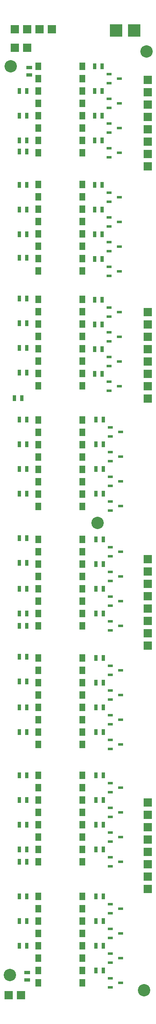
<source format=gts>
G04 (created by PCBNEW (2013-07-07 BZR 4022)-stable) date 10/2/2014 12:43:44 AM*
%MOIN*%
G04 Gerber Fmt 3.4, Leading zero omitted, Abs format*
%FSLAX34Y34*%
G01*
G70*
G90*
G04 APERTURE LIST*
%ADD10C,0.00590551*%
%ADD11R,0.0511811X0.0590551*%
%ADD12R,0.025X0.045*%
%ADD13R,0.045X0.025*%
%ADD14R,0.0708661X0.0708661*%
%ADD15R,0.1X0.1*%
%ADD16R,0.0394X0.0236*%
%ADD17C,0.1*%
G04 APERTURE END LIST*
G54D10*
G54D11*
X76456Y-52700D03*
X76456Y-53700D03*
X76456Y-54700D03*
X76456Y-55700D03*
X76456Y-56700D03*
X76456Y-57700D03*
X76456Y-58700D03*
X76456Y-59700D03*
X80000Y-59700D03*
X80000Y-58700D03*
X80000Y-57700D03*
X80000Y-56700D03*
X80000Y-55700D03*
X80000Y-54700D03*
X80000Y-53700D03*
X80000Y-52700D03*
X76456Y-23976D03*
X76456Y-24976D03*
X76456Y-25976D03*
X76456Y-26976D03*
X76456Y-27976D03*
X76456Y-28976D03*
X76456Y-29976D03*
X76456Y-30976D03*
X80000Y-30976D03*
X80000Y-29976D03*
X80000Y-28976D03*
X80000Y-27976D03*
X80000Y-26976D03*
X80000Y-25976D03*
X80000Y-24976D03*
X80000Y-23976D03*
X76456Y-81600D03*
X76456Y-82600D03*
X76456Y-83600D03*
X76456Y-84600D03*
X76456Y-85600D03*
X76456Y-86600D03*
X76456Y-87600D03*
X76456Y-88600D03*
X80000Y-88600D03*
X80000Y-87600D03*
X80000Y-86600D03*
X80000Y-85600D03*
X80000Y-84600D03*
X80000Y-83600D03*
X80000Y-82600D03*
X80000Y-81600D03*
X76456Y-33267D03*
X76456Y-34267D03*
X76456Y-35267D03*
X76456Y-36267D03*
X76456Y-37267D03*
X76456Y-38267D03*
X76456Y-39267D03*
X76456Y-40267D03*
X80000Y-40267D03*
X80000Y-39267D03*
X80000Y-38267D03*
X80000Y-37267D03*
X80000Y-36267D03*
X80000Y-35267D03*
X80000Y-34267D03*
X80000Y-33267D03*
X76456Y-43031D03*
X76456Y-44031D03*
X76456Y-45031D03*
X76456Y-46031D03*
X76456Y-47031D03*
X76456Y-48031D03*
X76456Y-49031D03*
X76456Y-50031D03*
X80000Y-50031D03*
X80000Y-49031D03*
X80000Y-48031D03*
X80000Y-47031D03*
X80000Y-46031D03*
X80000Y-45031D03*
X80000Y-44031D03*
X80000Y-43031D03*
X76456Y-62300D03*
X76456Y-63300D03*
X76456Y-64300D03*
X76456Y-65300D03*
X76456Y-66300D03*
X76456Y-67300D03*
X76456Y-68300D03*
X76456Y-69300D03*
X80000Y-69300D03*
X80000Y-68300D03*
X80000Y-67300D03*
X80000Y-66300D03*
X80000Y-65300D03*
X80000Y-64300D03*
X80000Y-63300D03*
X80000Y-62300D03*
X76456Y-71800D03*
X76456Y-72800D03*
X76456Y-73800D03*
X76456Y-74800D03*
X76456Y-75800D03*
X76456Y-76800D03*
X76456Y-77800D03*
X76456Y-78800D03*
X80000Y-78800D03*
X80000Y-77800D03*
X80000Y-76800D03*
X80000Y-75800D03*
X80000Y-74800D03*
X80000Y-73800D03*
X80000Y-72800D03*
X80000Y-71800D03*
X76456Y-14400D03*
X76456Y-15400D03*
X76456Y-16400D03*
X76456Y-17400D03*
X76456Y-18400D03*
X76456Y-19400D03*
X76456Y-20400D03*
X76456Y-21400D03*
X80000Y-21400D03*
X80000Y-20400D03*
X80000Y-19400D03*
X80000Y-18400D03*
X80000Y-17400D03*
X80000Y-16400D03*
X80000Y-15400D03*
X80000Y-14400D03*
G54D12*
X81700Y-64300D03*
X81100Y-64300D03*
X81700Y-56700D03*
X81100Y-56700D03*
X81700Y-66300D03*
X81100Y-66300D03*
X81700Y-62300D03*
X81100Y-62300D03*
X75500Y-68300D03*
X74900Y-68300D03*
X75500Y-66300D03*
X74900Y-66300D03*
X75500Y-64200D03*
X74900Y-64200D03*
X75500Y-62200D03*
X74900Y-62200D03*
X81700Y-58700D03*
X81100Y-58700D03*
X81700Y-47000D03*
X81100Y-47000D03*
X81700Y-77800D03*
X81100Y-77800D03*
X81700Y-87600D03*
X81100Y-87600D03*
X81700Y-85600D03*
X81100Y-85600D03*
X81700Y-83600D03*
X81100Y-83600D03*
X81700Y-81600D03*
X81100Y-81600D03*
G54D13*
X75550Y-88350D03*
X75550Y-87750D03*
G54D12*
X75500Y-85600D03*
X74900Y-85600D03*
X75500Y-83600D03*
X74900Y-83600D03*
X75500Y-81600D03*
X74900Y-81600D03*
X81700Y-68300D03*
X81100Y-68300D03*
X81700Y-75800D03*
X81100Y-75800D03*
X81700Y-73800D03*
X81100Y-73800D03*
X81700Y-71800D03*
X81100Y-71800D03*
X75500Y-77800D03*
X74900Y-77800D03*
X75500Y-75800D03*
X74900Y-75800D03*
X75500Y-73800D03*
X74900Y-73800D03*
X75500Y-71800D03*
X74900Y-71800D03*
X75500Y-24000D03*
X74900Y-24000D03*
X75500Y-35200D03*
X74900Y-35200D03*
X75500Y-33200D03*
X74900Y-33200D03*
X81600Y-30000D03*
X81000Y-30000D03*
X81600Y-28000D03*
X81000Y-28000D03*
X81600Y-26000D03*
X81000Y-26000D03*
X81600Y-24000D03*
X81000Y-24000D03*
X75500Y-29900D03*
X74900Y-29900D03*
X75500Y-28000D03*
X74900Y-28000D03*
X75500Y-26000D03*
X74900Y-26000D03*
X81700Y-54700D03*
X81100Y-54700D03*
X81600Y-20400D03*
X81000Y-20400D03*
X81600Y-18400D03*
X81000Y-18400D03*
X81600Y-16400D03*
X81000Y-16400D03*
X81600Y-14400D03*
X81000Y-14400D03*
X75500Y-20400D03*
X74900Y-20400D03*
X75500Y-18400D03*
X74900Y-18400D03*
X75500Y-16400D03*
X74900Y-16400D03*
G54D13*
X75700Y-14500D03*
X75700Y-15100D03*
G54D12*
X75500Y-37200D03*
X74900Y-37200D03*
X81700Y-52700D03*
X81100Y-52700D03*
X75500Y-58700D03*
X74900Y-58700D03*
X75500Y-56700D03*
X74900Y-56700D03*
X75500Y-54600D03*
X74900Y-54600D03*
X75500Y-52600D03*
X74900Y-52600D03*
X81700Y-49000D03*
X81100Y-49000D03*
X81700Y-45000D03*
X81100Y-45000D03*
X81700Y-43000D03*
X81100Y-43000D03*
X75500Y-49000D03*
X74900Y-49000D03*
X75500Y-39200D03*
X74900Y-39200D03*
X81600Y-33300D03*
X81000Y-33300D03*
X81600Y-35300D03*
X81000Y-35300D03*
X81600Y-37300D03*
X81000Y-37300D03*
X81600Y-39300D03*
X81000Y-39300D03*
X75500Y-43000D03*
X74900Y-43000D03*
X75500Y-45000D03*
X74900Y-45000D03*
X75500Y-47000D03*
X74900Y-47000D03*
G54D14*
X85300Y-20500D03*
X85300Y-19500D03*
X85300Y-21500D03*
X85300Y-22500D03*
X85300Y-18500D03*
X85300Y-17500D03*
X85300Y-15500D03*
X85300Y-16500D03*
X85300Y-79000D03*
X85300Y-78000D03*
X85300Y-80000D03*
X85300Y-81000D03*
X85300Y-77000D03*
X85300Y-76000D03*
X85300Y-74000D03*
X85300Y-75000D03*
X85300Y-59300D03*
X85300Y-58300D03*
X85300Y-60300D03*
X85300Y-61300D03*
X85300Y-57300D03*
X85300Y-56300D03*
X85300Y-54300D03*
X85300Y-55300D03*
X85300Y-39300D03*
X85300Y-38300D03*
X85300Y-40300D03*
X85300Y-41300D03*
X85300Y-37300D03*
X85300Y-36300D03*
X85300Y-34300D03*
X85300Y-35300D03*
X74550Y-11400D03*
X75550Y-11400D03*
X77550Y-11400D03*
X76550Y-11400D03*
G54D15*
X82750Y-11500D03*
X84224Y-11500D03*
G54D14*
X74050Y-89600D03*
X75050Y-89600D03*
X74550Y-12900D03*
X75550Y-12900D03*
G54D16*
X82184Y-15025D03*
X83016Y-15400D03*
X82184Y-15775D03*
X82184Y-19025D03*
X83016Y-19400D03*
X82184Y-19775D03*
X82284Y-57325D03*
X83116Y-57700D03*
X82284Y-58075D03*
X82284Y-55325D03*
X83116Y-55700D03*
X82284Y-56075D03*
X82184Y-21025D03*
X83016Y-21400D03*
X82184Y-21775D03*
X82284Y-45625D03*
X83116Y-46000D03*
X82284Y-46375D03*
X82284Y-53325D03*
X83116Y-53700D03*
X82284Y-54075D03*
X82184Y-35925D03*
X83016Y-36300D03*
X82184Y-36675D03*
X82284Y-47625D03*
X83116Y-48000D03*
X82284Y-48375D03*
X82184Y-33925D03*
X83016Y-34300D03*
X82184Y-34675D03*
X82284Y-43625D03*
X83116Y-44000D03*
X82284Y-44375D03*
X82184Y-24625D03*
X83016Y-25000D03*
X82184Y-25375D03*
X82184Y-39925D03*
X83016Y-40300D03*
X82184Y-40675D03*
X82184Y-26625D03*
X83016Y-27000D03*
X82184Y-27375D03*
X82284Y-49625D03*
X83116Y-50000D03*
X82284Y-50375D03*
X82184Y-28625D03*
X83016Y-29000D03*
X82184Y-29375D03*
X82184Y-30625D03*
X83016Y-31000D03*
X82184Y-31375D03*
X82184Y-37925D03*
X83016Y-38300D03*
X82184Y-38675D03*
X82284Y-88225D03*
X83116Y-88600D03*
X82284Y-88975D03*
X82284Y-86225D03*
X83116Y-86600D03*
X82284Y-86975D03*
X82284Y-84225D03*
X83116Y-84600D03*
X82284Y-84975D03*
X82284Y-82225D03*
X83116Y-82600D03*
X82284Y-82975D03*
X82284Y-78425D03*
X83116Y-78800D03*
X82284Y-79175D03*
X82284Y-76425D03*
X83116Y-76800D03*
X82284Y-77175D03*
X82284Y-74425D03*
X83116Y-74800D03*
X82284Y-75175D03*
X82284Y-72425D03*
X83116Y-72800D03*
X82284Y-73175D03*
X82284Y-68925D03*
X83116Y-69300D03*
X82284Y-69675D03*
X82284Y-66925D03*
X83116Y-67300D03*
X82284Y-67675D03*
X82284Y-64925D03*
X83116Y-65300D03*
X82284Y-65675D03*
X82284Y-62925D03*
X83116Y-63300D03*
X82284Y-63675D03*
X82284Y-59325D03*
X83116Y-59700D03*
X82284Y-60075D03*
X82184Y-17025D03*
X83016Y-17400D03*
X82184Y-17775D03*
G54D12*
X75500Y-21300D03*
X74900Y-21300D03*
X75100Y-41250D03*
X74500Y-41250D03*
X74900Y-59700D03*
X75500Y-59700D03*
X74900Y-78800D03*
X75500Y-78800D03*
G54D17*
X85000Y-89200D03*
X85200Y-13200D03*
X74200Y-14400D03*
X74150Y-87950D03*
X81250Y-51350D03*
M02*

</source>
